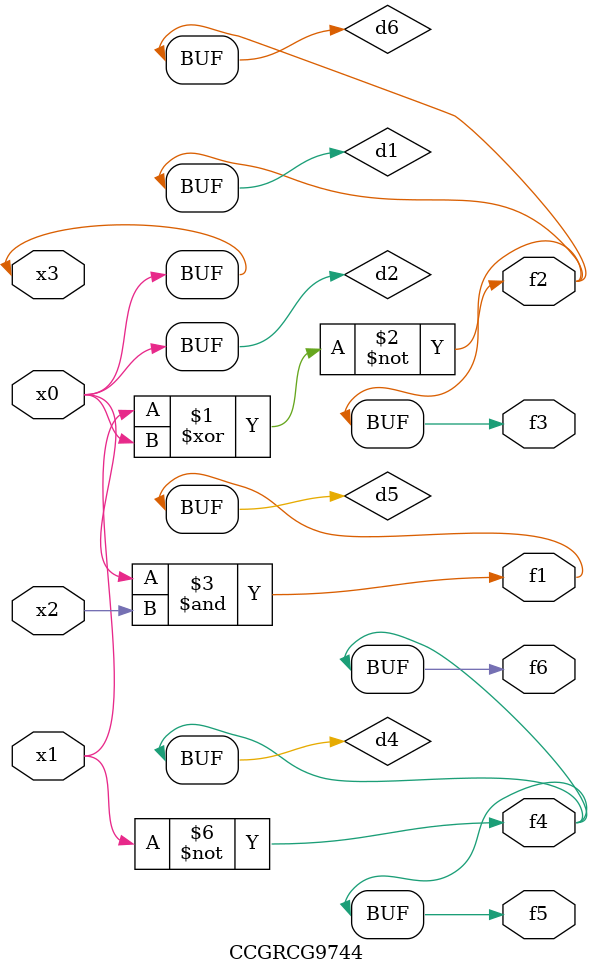
<source format=v>
module CCGRCG9744(
	input x0, x1, x2, x3,
	output f1, f2, f3, f4, f5, f6
);

	wire d1, d2, d3, d4, d5, d6;

	xnor (d1, x1, x3);
	buf (d2, x0, x3);
	nand (d3, x0, x2);
	not (d4, x1);
	nand (d5, d3);
	or (d6, d1);
	assign f1 = d5;
	assign f2 = d6;
	assign f3 = d6;
	assign f4 = d4;
	assign f5 = d4;
	assign f6 = d4;
endmodule

</source>
